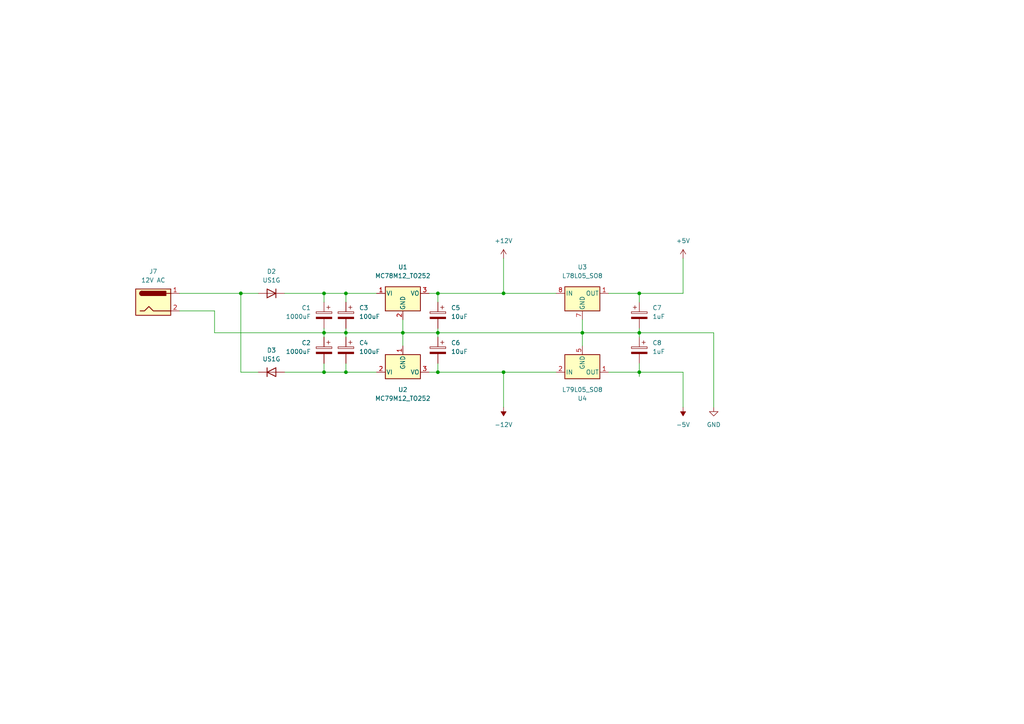
<source format=kicad_sch>
(kicad_sch (version 20211123) (generator eeschema)
  (paper "A4")
  (title_block (title "Polykit X1 Monosynth") (date "2022-09-05") (rev "v0.0.2") (company "Jan Knipper") (comment 1 "github.com/polykit"))
  (lib_symbols
    (symbol "Connector:Jack-DC" (pin_names (offset 1.016))
      (property "Reference" "J" (at 0 5.334 0))
      (property "Value" "Jack-DC" (at 0 -5.08 0))
      (symbol "Jack-DC_0_1"
        (rectangle (start -5.08 3.81) (end 5.08 -3.81) (stroke (width 0.254)) (fill (type background)))
        (arc (start -3.302 3.175) (mid -3.937 2.54) (end -3.302 1.905) (stroke (width 0.254)))
        (arc (start -3.302 3.175) (mid -3.937 2.54) (end -3.302 1.905) (stroke (width 0.254)) (fill (type outline)))
        (polyline (pts (xy 5.08 2.54) (xy 3.81 2.54)) (stroke (width 0.254)))
        (polyline (pts (xy -3.81 -2.54) (xy -2.54 -2.54) (xy -1.27 -1.27) (xy 0 -2.54) (xy 2.54 -2.54) (xy 5.08 -2.54)) (stroke (width 0.254)))
        (rectangle (start 3.683 3.175) (end -3.302 1.905) (stroke (width 0.254)) (fill (type outline)))
      )
      (symbol "Jack-DC_1_1"
        (pin passive line (at 7.62 2.54 180) (length 2.54) (name "~") (number "1"))
        (pin passive line (at 7.62 -2.54 180) (length 2.54) (name "~") (number "2"))
      )
    )
    (symbol "Device:C_Polarized" (pin_numbers hide) (pin_names (offset 0.254))
      (property "Reference" "C" (at 0.635 2.54 0))
      (property "Value" "C_Polarized" (at 0.635 -2.54 0))
      (symbol "C_Polarized_0_1"
        (rectangle (start -2.286 0.508) (end 2.286 1.016))
        (polyline (pts (xy -1.778 2.286) (xy -0.762 2.286)))
        (polyline (pts (xy -1.27 2.794) (xy -1.27 1.778)))
        (rectangle (start 2.286 -0.508) (end -2.286 -1.016) (fill (type outline)))
      )
      (symbol "C_Polarized_1_1"
        (pin passive line (at 0 3.81 270) (length 2.794) (name "~") (number "1"))
        (pin passive line (at 0 -3.81 90) (length 2.794) (name "~") (number "2"))
      )
    )
    (symbol "Diode:US1G" (pin_numbers hide) (pin_names (offset 1.016) hide)
      (property "Reference" "D" (at 0 2.54 0))
      (property "Value" "US1G" (at 0 -2.54 0))
      (symbol "US1G_0_1"
        (polyline (pts (xy -1.27 1.27) (xy -1.27 -1.27)) (stroke (width 0.254)))
        (polyline (pts (xy 1.27 0) (xy -1.27 0)))
        (polyline (pts (xy 1.27 1.27) (xy 1.27 -1.27) (xy -1.27 0) (xy 1.27 1.27)) (stroke (width 0.254)))
      )
      (symbol "US1G_1_1"
        (pin passive line (at -3.81 0 0) (length 2.54) (name "K") (number "1"))
        (pin passive line (at 3.81 0 180) (length 2.54) (name "A") (number "2"))
      )
    )
    (symbol "Regulator_Linear:L78L05_SO8" (pin_names (offset 0.254))
      (property "Reference" "U" (at -3.81 3.175 0))
      (property "Value" "L78L05_SO8" (at 0 3.175 0))
      (symbol "L78L05_SO8_0_1"
        (rectangle (start -5.08 1.905) (end 5.08 -5.08) (stroke (width 0.254)) (fill (type background)))
      )
      (symbol "L78L05_SO8_1_1"
        (pin power_out line (at 7.62 0 180) (length 2.54) (name "OUT") (number "1"))
        (pin passive line (at 0 -7.62 90) (length 2.54) hide (name "GND") (number "2"))
        (pin passive line (at 0 -7.62 90) (length 2.54) hide (name "GND") (number "3"))
        (pin no_connect line (at -5.08 -2.54 0) (length 2.54) hide (name "NC") (number "4"))
        (pin no_connect line (at 5.08 -2.54 180) (length 2.54) hide (name "NC") (number "5"))
        (pin passive line (at 0 -7.62 90) (length 2.54) hide (name "GND") (number "6"))
        (pin power_in line (at 0 -7.62 90) (length 2.54) (name "GND") (number "7"))
        (pin power_in line (at -7.62 0 0) (length 2.54) (name "IN") (number "8"))
      )
    )
    (symbol "Regulator_Linear:L79L05_SO8" (pin_names (offset 0.254))
      (property "Reference" "U" (at -3.81 -3.175 0))
      (property "Value" "L79L05_SO8" (at 0 -3.175 0))
      (symbol "L79L05_SO8_0_1"
        (rectangle (start -5.08 5.08) (end 5.08 -1.905) (stroke (width 0.254)) (fill (type background)))
      )
      (symbol "L79L05_SO8_1_1"
        (pin power_out line (at 7.62 0 180) (length 2.54) (name "OUT") (number "1"))
        (pin power_in line (at -7.62 0 0) (length 2.54) (name "IN") (number "2"))
        (pin passive line (at -7.62 0 0) (length 2.54) hide (name "IN") (number "3"))
        (pin no_connect line (at 7.62 2.54 180) (length 2.54) hide (name "NC") (number "4"))
        (pin power_in line (at 0 7.62 270) (length 2.54) (name "GND") (number "5"))
        (pin passive line (at -7.62 0 0) (length 2.54) hide (name "IN") (number "6"))
        (pin passive line (at -7.62 0 0) (length 2.54) hide (name "IN") (number "7"))
        (pin no_connect line (at -7.62 2.54 0) (length 2.54) hide (name "NC") (number "8"))
      )
    )
    (symbol "Regulator_Linear:MC78M05_TO252" (pin_names (offset 0.254))
      (property "Reference" "U" (at -3.81 3.175 0))
      (property "Value" "MC78M05_TO252" (at 0 3.175 0))
      (symbol "MC78M05_TO252_0_1"
        (rectangle (start -5.08 1.905) (end 5.08 -5.08) (stroke (width 0.254)) (fill (type background)))
      )
      (symbol "MC78M05_TO252_1_1"
        (pin power_in line (at -7.62 0 0) (length 2.54) (name "VI") (number "1"))
        (pin power_in line (at 0 -7.62 90) (length 2.54) (name "GND") (number "2"))
        (pin power_out line (at 7.62 0 180) (length 2.54) (name "VO") (number "3"))
      )
    )
    (symbol "Regulator_Linear:MC79M12_TO252" (pin_names (offset 0.254))
      (property "Reference" "U" (at -3.81 -3.175 0))
      (property "Value" "MC79M12_TO252" (at 0 -3.175 0))
      (symbol "MC79M12_TO252_0_1"
        (rectangle (start -5.08 5.08) (end 5.08 -1.905) (stroke (width 0.254)) (fill (type background)))
      )
      (symbol "MC79M12_TO252_1_1"
        (pin power_in line (at 0 7.62 270) (length 2.54) (name "GND") (number "1"))
        (pin power_in line (at -7.62 0 0) (length 2.54) (name "VI") (number "2"))
        (pin power_out line (at 7.62 0 180) (length 2.54) (name "VO") (number "3"))
      )
    )
    (symbol "power:+12V" (power) (pin_names (offset 0))
      (property "Value" "+12V" (at 0 3.556 0))
      (symbol "+12V_0_1"
        (polyline (pts (xy -0.762 1.27) (xy 0 2.54)))
        (polyline (pts (xy 0 0) (xy 0 2.54)))
        (polyline (pts (xy 0 2.54) (xy 0.762 1.27)))
      )
      (symbol "+12V_1_1"
        (pin power_in line (at 0 0 90) (length 0) hide (name "+12V") (number "1"))
      )
    )
    (symbol "power:+5V" (power) (pin_names (offset 0))
      (property "Value" "+5V" (at 0 3.556 0))
      (symbol "+5V_0_1"
        (polyline (pts (xy -0.762 1.27) (xy 0 2.54)))
        (polyline (pts (xy 0 0) (xy 0 2.54)))
        (polyline (pts (xy 0 2.54) (xy 0.762 1.27)))
      )
      (symbol "+5V_1_1"
        (pin power_in line (at 0 0 90) (length 0) hide (name "+5V") (number "1"))
      )
    )
    (symbol "power:-12V" (power) (pin_names (offset 0))
      (property "Value" "-12V" (at 0 3.81 0))
      (symbol "-12V_0_0"
        (pin power_in line (at 0 0 90) (length 0) hide (name "-12V") (number "1"))
      )
      (symbol "-12V_0_1"
        (polyline (pts (xy 0 0) (xy 0 1.27) (xy 0.762 1.27) (xy 0 2.54) (xy -0.762 1.27) (xy 0 1.27)) (fill (type outline)))
      )
    )
    (symbol "power:-5V" (power) (pin_names (offset 0))
      (property "Value" "-5V" (at 0 3.81 0))
      (symbol "-5V_0_0"
        (pin power_in line (at 0 0 90) (length 0) hide (name "-5V") (number "1"))
      )
      (symbol "-5V_0_1"
        (polyline (pts (xy 0 0) (xy 0 1.27) (xy 0.762 1.27) (xy 0 2.54) (xy -0.762 1.27) (xy 0 1.27)) (fill (type outline)))
      )
    )
    (symbol "power:GND" (power) (pin_names (offset 0))
      (property "Value" "GND" (at 0 -3.81 0))
      (symbol "GND_0_1"
        (polyline (pts (xy 0 0) (xy 0 -1.27) (xy 1.27 -1.27) (xy 0 -2.54) (xy -1.27 -1.27) (xy 0 -1.27)))
      )
      (symbol "GND_1_1"
        (pin power_in line (at 0 0 270) (length 0) hide (name "GND") (number "1"))
      )
    )
  )
  (junction (at 146.05 107.95))
  (junction (at 100.33 96.52))
  (junction (at 93.98 107.95))
  (junction (at 93.98 85.09))
  (junction (at 100.33 85.09))
  (junction (at 185.42 96.52))
  (junction (at 168.91 96.52))
  (junction (at 185.42 107.95))
  (junction (at 185.42 85.09))
  (junction (at 127 107.95))
  (junction (at 127 85.09))
  (junction (at 146.05 85.09))
  (junction (at 100.33 107.95))
  (junction (at 69.85 85.09))
  (junction (at 116.84 96.52))
  (junction (at 127 96.52))
  (junction (at 93.98 96.52))
  (wire (pts (xy 82.55 85.09) (xy 93.98 85.09)))
  (wire (pts (xy 146.05 85.09) (xy 161.29 85.09)))
  (wire (pts (xy 116.84 96.52) (xy 127 96.52)))
  (wire (pts (xy 69.85 85.09) (xy 69.85 107.95)))
  (wire (pts (xy 100.33 107.95) (xy 109.22 107.95)))
  (wire (pts (xy 93.98 85.09) (xy 93.98 87.63)))
  (wire (pts (xy 62.23 96.52) (xy 93.98 96.52)))
  (wire (pts (xy 127 96.52) (xy 127 97.79)))
  (wire (pts (xy 100.33 105.41) (xy 100.33 107.95)))
  (wire (pts (xy 69.85 107.95) (xy 74.93 107.95)))
  (wire (pts (xy 185.42 96.52) (xy 207.01 96.52)))
  (wire (pts (xy 100.33 96.52) (xy 116.84 96.52)))
  (wire (pts (xy 93.98 107.95) (xy 93.98 105.41)))
  (wire (pts (xy 62.23 90.17) (xy 62.23 96.52)))
  (wire (pts (xy 93.98 95.25) (xy 93.98 96.52)))
  (wire (pts (xy 74.93 85.09) (xy 69.85 85.09)))
  (wire (pts (xy 116.84 96.52) (xy 116.84 100.33)))
  (wire (pts (xy 185.42 87.63) (xy 185.42 85.09)))
  (wire (pts (xy 127 107.95) (xy 127 105.41)))
  (wire (pts (xy 198.12 107.95) (xy 185.42 107.95)))
  (wire (pts (xy 124.46 107.95) (xy 127 107.95)))
  (wire (pts (xy 168.91 96.52) (xy 168.91 100.33)))
  (wire (pts (xy 52.07 90.17) (xy 62.23 90.17)))
  (wire (pts (xy 100.33 85.09) (xy 109.22 85.09)))
  (wire (pts (xy 185.42 96.52) (xy 168.91 96.52)))
  (wire (pts (xy 127 85.09) (xy 127 87.63)))
  (wire (pts (xy 185.42 95.25) (xy 185.42 96.52)))
  (wire (pts (xy 127 85.09) (xy 146.05 85.09)))
  (wire (pts (xy 185.42 109.22) (xy 185.42 107.95)))
  (wire (pts (xy 185.42 105.41) (xy 185.42 107.95)))
  (wire (pts (xy 207.01 96.52) (xy 207.01 118.11)))
  (wire (pts (xy 100.33 96.52) (xy 100.33 97.79)))
  (wire (pts (xy 116.84 92.71) (xy 116.84 96.52)))
  (wire (pts (xy 185.42 96.52) (xy 185.42 97.79)))
  (wire (pts (xy 100.33 95.25) (xy 100.33 96.52)))
  (wire (pts (xy 127 96.52) (xy 168.91 96.52)))
  (wire (pts (xy 185.42 85.09) (xy 176.53 85.09)))
  (wire (pts (xy 93.98 96.52) (xy 93.98 97.79)))
  (wire (pts (xy 146.05 74.93) (xy 146.05 85.09)))
  (wire (pts (xy 93.98 96.52) (xy 100.33 96.52)))
  (wire (pts (xy 168.91 92.71) (xy 168.91 96.52)))
  (wire (pts (xy 185.42 107.95) (xy 176.53 107.95)))
  (wire (pts (xy 52.07 85.09) (xy 69.85 85.09)))
  (wire (pts (xy 146.05 107.95) (xy 161.29 107.95)))
  (wire (pts (xy 146.05 107.95) (xy 146.05 118.11)))
  (wire (pts (xy 100.33 85.09) (xy 100.33 87.63)))
  (wire (pts (xy 198.12 85.09) (xy 185.42 85.09)))
  (wire (pts (xy 124.46 85.09) (xy 127 85.09)))
  (wire (pts (xy 82.55 107.95) (xy 93.98 107.95)))
  (wire (pts (xy 127 95.25) (xy 127 96.52)))
  (wire (pts (xy 198.12 107.95) (xy 198.12 118.11)))
  (wire (pts (xy 100.33 85.09) (xy 93.98 85.09)))
  (wire (pts (xy 100.33 107.95) (xy 93.98 107.95)))
  (wire (pts (xy 127 107.95) (xy 146.05 107.95)))
  (wire (pts (xy 198.12 74.93) (xy 198.12 85.09)))
  (symbol (lib_id "Diode:US1G") (at 78.74 107.95 0) (unit 1)
    (property "Reference" "D3" (at 78.74 101.6 0))
    (property "Value" "US1G" (at 78.74 104.14 0))
    (property "Footprint" "Diode_SMD:D_SMA" (effects hide))
    (property "Datasheet" "https://www.diodes.com/assets/Datasheets/ds16008.pdf" (effects hide))
  )
  (symbol (lib_id "Connector:Jack-DC") (at 44.45 87.63 0) (unit 1)
    (property "Reference" "J7" (at 44.45 78.74 0))
    (property "Value" "12V AC" (at 44.45 81.28 0))
    (property "Footprint" "Connector_BarrelJack:BarrelJack_Horizontal" (effects hide))
  )
  (symbol (lib_id "Device:C_Polarized") (at 100.33 101.6 0) (mirror y) (unit 1)
    (property "Reference" "C4" (at 104.14 99.4409 0) (effects (justify right)))
    (property "Value" "100uF" (at 104.14 101.9809 0) (effects (justify right)))
    (property "Footprint" "Capacitor_SMD:CP_Elec_6.3x7.7" (effects hide))
    (property "LCSC" "C125975" (effects hide))
  )
  (symbol (lib_id "Device:C_Polarized") (at 185.42 91.44 0) (unit 1)
    (property "Reference" "C7" (at 189.23 89.2809 0) (effects (justify left)))
    (property "Value" "1uF" (at 189.23 91.8209 0) (effects (justify left)))
    (property "Footprint" "Capacitor_SMD:CP_Elec_4x5.4" (effects hide))
    (property "LCSC" "C445065" (effects hide))
  )
  (symbol (lib_id "Device:C_Polarized") (at 127 101.6 0) (mirror y) (unit 1)
    (property "Reference" "C6" (at 130.81 99.4409 0) (effects (justify right)))
    (property "Value" "10uF" (at 130.81 101.9809 0) (effects (justify right)))
    (property "Footprint" "Capacitor_SMD:CP_Elec_4x5.8" (effects hide))
    (property "LCSC" "C134237*" (effects hide))
  )
  (symbol (lib_id "Regulator_Linear:L79L05_SO8") (at 168.91 107.95 0) (unit 1)
    (property "Reference" "U4" (at 168.91 115.57 0))
    (property "Value" "L79L05_SO8" (at 168.91 113.03 0))
    (property "Footprint" "Package_SO:SOIC-8_3.9x4.9mm_P1.27mm" (effects hide))
    (property "Datasheet" "http://www.farnell.com/datasheets/1827870.pdf" (effects hide))
    (property "LCSC" "C222122" (effects hide))
  )
  (symbol (lib_id "power:GND") (at 207.01 118.11 0) (unit 1)
    (property "Reference" "#PWR025" (effects hide))
    (property "Value" "GND" (at 207.01 123.19 0))
  )
  (symbol (lib_id "power:+5V") (at 198.12 74.93 0) (unit 1)
    (property "Reference" "#PWR023" (effects hide))
    (property "Value" "+5V" (at 198.12 69.85 0))
  )
  (symbol (lib_id "Device:C_Polarized") (at 93.98 101.6 0) (mirror y) (unit 1)
    (property "Reference" "C2" (at 90.17 99.4409 0) (effects (justify left)))
    (property "Value" "1000uF" (at 90.17 101.9809 0) (effects (justify left)))
    (property "Footprint" "Capacitor_SMD:CP_Elec_10x10" (effects hide))
    (property "LCSC" "C2904877*" (effects hide))
  )
  (symbol (lib_id "Regulator_Linear:MC78M05_TO252") (at 116.84 85.09 0) (unit 1)
    (property "Reference" "U1" (at 116.84 77.47 0))
    (property "Value" "MC78M12_TO252" (at 116.84 80.01 0))
    (property "Footprint" "Package_TO_SOT_SMD:TO-252-2" (effects hide))
    (property "Datasheet" "https://www.onsemi.com/pub/Collateral/MC78M00-D.PDF" (effects hide))
    (property "LCSC" "C67851" (effects hide))
  )
  (symbol (lib_id "Device:C_Polarized") (at 185.42 101.6 0) (mirror y) (unit 1)
    (property "Reference" "C8" (at 189.23 99.4409 0) (effects (justify right)))
    (property "Value" "1uF" (at 189.23 101.9809 0) (effects (justify right)))
    (property "Footprint" "Capacitor_SMD:CP_Elec_4x5.4" (effects hide))
    (property "LCSC" "C445065" (effects hide))
  )
  (symbol (lib_id "Device:C_Polarized") (at 93.98 91.44 0) (mirror y) (unit 1)
    (property "Reference" "C1" (at 90.17 89.2809 0) (effects (justify left)))
    (property "Value" "1000uF" (at 90.17 91.8209 0) (effects (justify left)))
    (property "Footprint" "Capacitor_SMD:CP_Elec_10x10" (effects hide))
    (property "LCSC" "C2904877*" (effects hide))
  )
  (symbol (lib_id "Regulator_Linear:L78L05_SO8") (at 168.91 85.09 0) (unit 1)
    (property "Reference" "U3" (at 168.91 77.47 0))
    (property "Value" "L78L05_SO8" (at 168.91 80.01 0))
    (property "Footprint" "Package_SO:SOIC-8_3.9x4.9mm_P1.27mm" (effects hide))
    (property "Datasheet" "http://www.st.com/content/ccc/resource/technical/document/datasheet/15/55/e5/aa/23/5b/43/fd/CD00000446.pdf/files/CD00000446.pdf/jcr:content/translations/en.CD00000446.pdf" (effects hide))
    (property "LCSC" "C7372" (effects hide))
  )
  (symbol (lib_id "power:-5V") (at 198.12 118.11 180) (unit 1)
    (property "Reference" "#PWR024" (effects hide))
    (property "Value" "-5V" (at 198.12 123.19 0))
  )
  (symbol (lib_id "Regulator_Linear:MC79M12_TO252") (at 116.84 107.95 0) (unit 1)
    (property "Reference" "U2" (at 116.84 113.03 0))
    (property "Value" "MC79M12_TO252" (at 116.84 115.57 0))
    (property "Footprint" "Package_TO_SOT_SMD:TO-252-2" (effects hide))
    (property "Datasheet" "http://www.onsemi.com/pub/Collateral/MC79M00-D.PDF" (effects hide))
    (property "LCSC" "C154823" (effects hide))
  )
  (symbol (lib_id "power:+12V") (at 146.05 74.93 0) (unit 1)
    (property "Reference" "#PWR021" (effects hide))
    (property "Value" "+12V" (at 146.05 69.85 0))
  )
  (symbol (lib_id "power:-12V") (at 146.05 118.11 180) (unit 1)
    (property "Reference" "#PWR022" (effects hide))
    (property "Value" "-12V" (at 146.05 123.19 0))
  )
  (symbol (lib_id "Diode:US1G") (at 78.74 85.09 180) (unit 1)
    (property "Reference" "D2" (at 78.74 78.74 0))
    (property "Value" "US1G" (at 78.74 81.28 0))
    (property "Footprint" "Diode_SMD:D_SMA" (effects hide))
    (property "Datasheet" "https://www.diodes.com/assets/Datasheets/ds16008.pdf" (effects hide))
  )
  (symbol (lib_id "Device:C_Polarized") (at 100.33 91.44 0) (mirror y) (unit 1)
    (property "Reference" "C3" (at 104.14 89.2809 0) (effects (justify right)))
    (property "Value" "100uF" (at 104.14 91.8209 0) (effects (justify right)))
    (property "Footprint" "Capacitor_SMD:CP_Elec_6.3x7.7" (effects hide))
    (property "LCSC" "C125975" (effects hide))
  )
  (symbol (lib_id "Device:C_Polarized") (at 127 91.44 0) (mirror y) (unit 1)
    (property "Reference" "C5" (at 130.81 89.2809 0) (effects (justify right)))
    (property "Value" "10uF" (at 130.81 91.8209 0) (effects (justify right)))
    (property "Footprint" "Capacitor_SMD:CP_Elec_4x5.8" (effects hide))
    (property "LCSC" "C134237*" (effects hide))
  )
)
</source>
